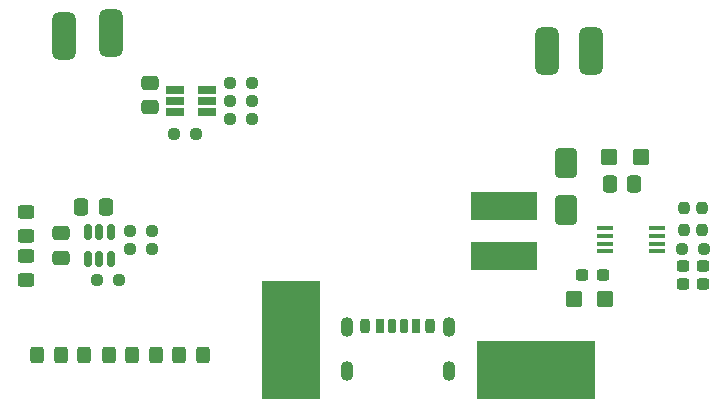
<source format=gbr>
%TF.GenerationSoftware,KiCad,Pcbnew,8.0.4*%
%TF.CreationDate,2024-09-10T22:23:10+08:00*%
%TF.ProjectId,sx70battery,73783730-6261-4747-9465-72792e6b6963,2*%
%TF.SameCoordinates,Original*%
%TF.FileFunction,Paste,Top*%
%TF.FilePolarity,Positive*%
%FSLAX46Y46*%
G04 Gerber Fmt 4.6, Leading zero omitted, Abs format (unit mm)*
G04 Created by KiCad (PCBNEW 8.0.4) date 2024-09-10 22:23:10*
%MOMM*%
%LPD*%
G01*
G04 APERTURE LIST*
G04 Aperture macros list*
%AMRoundRect*
0 Rectangle with rounded corners*
0 $1 Rounding radius*
0 $2 $3 $4 $5 $6 $7 $8 $9 X,Y pos of 4 corners*
0 Add a 4 corners polygon primitive as box body*
4,1,4,$2,$3,$4,$5,$6,$7,$8,$9,$2,$3,0*
0 Add four circle primitives for the rounded corners*
1,1,$1+$1,$2,$3*
1,1,$1+$1,$4,$5*
1,1,$1+$1,$6,$7*
1,1,$1+$1,$8,$9*
0 Add four rect primitives between the rounded corners*
20,1,$1+$1,$2,$3,$4,$5,0*
20,1,$1+$1,$4,$5,$6,$7,0*
20,1,$1+$1,$6,$7,$8,$9,0*
20,1,$1+$1,$8,$9,$2,$3,0*%
G04 Aperture macros list end*
%ADD10RoundRect,0.250000X-0.475000X0.337500X-0.475000X-0.337500X0.475000X-0.337500X0.475000X0.337500X0*%
%ADD11RoundRect,0.237500X-0.300000X-0.237500X0.300000X-0.237500X0.300000X0.237500X-0.300000X0.237500X0*%
%ADD12RoundRect,0.250000X-0.337500X-0.475000X0.337500X-0.475000X0.337500X0.475000X-0.337500X0.475000X0*%
%ADD13R,5.700000X2.400000*%
%ADD14R,5.000000X10.000000*%
%ADD15RoundRect,0.250000X-0.650000X1.000000X-0.650000X-1.000000X0.650000X-1.000000X0.650000X1.000000X0*%
%ADD16RoundRect,0.237500X0.250000X0.237500X-0.250000X0.237500X-0.250000X-0.237500X0.250000X-0.237500X0*%
%ADD17RoundRect,0.237500X-0.250000X-0.237500X0.250000X-0.237500X0.250000X0.237500X-0.250000X0.237500X0*%
%ADD18RoundRect,0.175000X-0.175000X-0.425000X0.175000X-0.425000X0.175000X0.425000X-0.175000X0.425000X0*%
%ADD19RoundRect,0.190000X0.190000X0.410000X-0.190000X0.410000X-0.190000X-0.410000X0.190000X-0.410000X0*%
%ADD20RoundRect,0.200000X0.200000X0.400000X-0.200000X0.400000X-0.200000X-0.400000X0.200000X-0.400000X0*%
%ADD21RoundRect,0.175000X0.175000X0.425000X-0.175000X0.425000X-0.175000X-0.425000X0.175000X-0.425000X0*%
%ADD22RoundRect,0.190000X-0.190000X-0.410000X0.190000X-0.410000X0.190000X0.410000X-0.190000X0.410000X0*%
%ADD23RoundRect,0.200000X-0.200000X-0.400000X0.200000X-0.400000X0.200000X0.400000X-0.200000X0.400000X0*%
%ADD24O,1.100000X1.700000*%
%ADD25RoundRect,0.150000X-0.150000X0.512500X-0.150000X-0.512500X0.150000X-0.512500X0.150000X0.512500X0*%
%ADD26RoundRect,0.500000X-0.500000X-1.500000X0.500000X-1.500000X0.500000X1.500000X-0.500000X1.500000X0*%
%ADD27RoundRect,0.250000X-0.450000X-0.425000X0.450000X-0.425000X0.450000X0.425000X-0.450000X0.425000X0*%
%ADD28RoundRect,0.237500X0.237500X-0.250000X0.237500X0.250000X-0.237500X0.250000X-0.237500X-0.250000X0*%
%ADD29R,10.000000X5.000000*%
%ADD30RoundRect,0.250000X-0.325000X-0.450000X0.325000X-0.450000X0.325000X0.450000X-0.325000X0.450000X0*%
%ADD31RoundRect,0.237500X-0.237500X0.250000X-0.237500X-0.250000X0.237500X-0.250000X0.237500X0.250000X0*%
%ADD32RoundRect,0.250000X0.450000X-0.325000X0.450000X0.325000X-0.450000X0.325000X-0.450000X-0.325000X0*%
%ADD33RoundRect,0.500000X0.500000X1.500000X-0.500000X1.500000X-0.500000X-1.500000X0.500000X-1.500000X0*%
%ADD34R,1.450000X0.450000*%
%ADD35R,1.560000X0.650000*%
%ADD36RoundRect,0.250000X-0.450000X0.325000X-0.450000X-0.325000X0.450000X-0.325000X0.450000X0.325000X0*%
G04 APERTURE END LIST*
D10*
%TO.C,C7*%
X129000000Y-97962500D03*
X129000000Y-100037500D03*
%TD*%
D11*
%TO.C,C9*%
X165637500Y-114250000D03*
X167362500Y-114250000D03*
%TD*%
%TO.C,C10*%
X174137500Y-115000000D03*
X175862500Y-115000000D03*
%TD*%
D12*
%TO.C,C13*%
X167962500Y-106500000D03*
X170037500Y-106500000D03*
%TD*%
D13*
%TO.C,L2*%
X159000000Y-112600000D03*
X159000000Y-108400000D03*
%TD*%
D14*
%TO.C,5V+1*%
X141000000Y-119750000D03*
%TD*%
D15*
%TO.C,D6*%
X164250000Y-104750000D03*
X164250000Y-108750000D03*
%TD*%
D16*
%TO.C,R_PRG1*%
X129162500Y-112000000D03*
X127337500Y-112000000D03*
%TD*%
D17*
%TO.C,R1*%
X127337500Y-110500000D03*
X129162500Y-110500000D03*
%TD*%
%TO.C,R4*%
X135837500Y-99500000D03*
X137662500Y-99500000D03*
%TD*%
D18*
%TO.C,J1*%
X149500000Y-118520000D03*
D19*
X151520000Y-118520000D03*
D20*
X152750000Y-118520000D03*
D21*
X150500000Y-118520000D03*
D22*
X148480000Y-118520000D03*
D23*
X147250000Y-118520000D03*
D24*
X145680000Y-118600000D03*
X145680000Y-122400000D03*
X154320000Y-118600000D03*
X154320000Y-122400000D03*
%TD*%
D25*
%TO.C,U1*%
X125700000Y-110612500D03*
X124750000Y-110612500D03*
X123800000Y-110612500D03*
X123800000Y-112887500D03*
X124750000Y-112887500D03*
X125700000Y-112887500D03*
%TD*%
D26*
%TO.C,BAT-1*%
X125750000Y-93750000D03*
%TD*%
D27*
%TO.C,C12*%
X167900000Y-104250000D03*
X170600000Y-104250000D03*
%TD*%
D28*
%TO.C,R8*%
X174250000Y-110412500D03*
X174250000Y-108587500D03*
%TD*%
D29*
%TO.C,GND1*%
X161750000Y-122250000D03*
%TD*%
D10*
%TO.C,C1*%
X121500000Y-110712500D03*
X121500000Y-112787500D03*
%TD*%
D30*
%TO.C,D2*%
X119475000Y-121000000D03*
X121525000Y-121000000D03*
%TD*%
D31*
%TO.C,R7*%
X175750000Y-108587500D03*
X175750000Y-110412500D03*
%TD*%
D26*
%TO.C,BAT+1*%
X121750000Y-94000000D03*
%TD*%
D17*
%TO.C,R3*%
X135837500Y-98000000D03*
X137662500Y-98000000D03*
%TD*%
D32*
%TO.C,STB1*%
X118500000Y-114662500D03*
X118500000Y-112612500D03*
%TD*%
D33*
%TO.C,6V+1*%
X162630000Y-95250000D03*
%TD*%
D16*
%TO.C,R9*%
X126412500Y-114637500D03*
X124587500Y-114637500D03*
%TD*%
D34*
%TO.C,U4*%
X171950000Y-112225000D03*
X171950000Y-111575000D03*
X171950000Y-110925000D03*
X171950000Y-110275000D03*
X167550000Y-110275000D03*
X167550000Y-110925000D03*
X167550000Y-111575000D03*
X167550000Y-112225000D03*
%TD*%
D35*
%TO.C,U3*%
X131150000Y-98550000D03*
X131150000Y-99500000D03*
X131150000Y-100450000D03*
X133850000Y-100450000D03*
X133850000Y-99500000D03*
X133850000Y-98550000D03*
%TD*%
D27*
%TO.C,C8*%
X164900000Y-116250000D03*
X167600000Y-116250000D03*
%TD*%
D11*
%TO.C,C11*%
X174137500Y-113500000D03*
X175862500Y-113500000D03*
%TD*%
D30*
%TO.C,D4*%
X127475000Y-121000000D03*
X129525000Y-121000000D03*
%TD*%
D36*
%TO.C,CHG1*%
X118500000Y-108862500D03*
X118500000Y-110912500D03*
%TD*%
D30*
%TO.C,D3*%
X123475000Y-121000000D03*
X125525000Y-121000000D03*
%TD*%
D17*
%TO.C,R5*%
X135837500Y-101000000D03*
X137662500Y-101000000D03*
%TD*%
%TO.C,R6*%
X174087500Y-112000000D03*
X175912500Y-112000000D03*
%TD*%
D33*
%TO.C,GND2*%
X166360000Y-95250000D03*
%TD*%
D17*
%TO.C,R2*%
X131087500Y-102250000D03*
X132912500Y-102250000D03*
%TD*%
D12*
%TO.C,C2*%
X123212500Y-108500000D03*
X125287500Y-108500000D03*
%TD*%
D30*
%TO.C,D5*%
X131475000Y-121000000D03*
X133525000Y-121000000D03*
%TD*%
M02*

</source>
